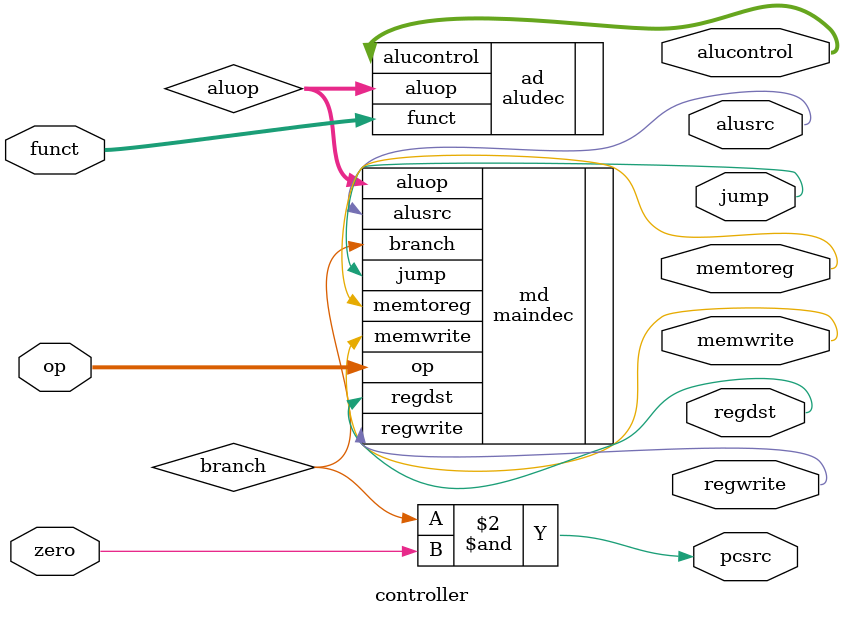
<source format=v>
`include "MainDecoder.v"
`include "AluDecoder.v"

module controller(
  input [5:0] op, funct,
  input zero,
  output memtoreg, memwrite,
  output reg pcsrc, // Modificado para 'reg'
  output alusrc,
  output regdst, regwrite,
  output jump,
  output [2:0] alucontrol
);
  wire [1:0] aluop;
  wire branch;

  maindec md(
    .op(op),
    .memtoreg(memtoreg),
    .memwrite(memwrite),
    .branch(branch),
    .alusrc(alusrc),
    .regdst(regdst),
    .regwrite(regwrite),
    .jump(jump),
    .aluop(aluop)
  );

  aludec ad(
    .funct(funct),
    .aluop(aluop),
    .alucontrol(alucontrol)
  );

  // Atribuição dentro do bloco 'always'
  always @(*) begin
    pcsrc = branch & zero;
    $display("Branch: %b | Zero: %b | PCSrc: %b", branch, zero, pcsrc);
  end
endmodule

</source>
